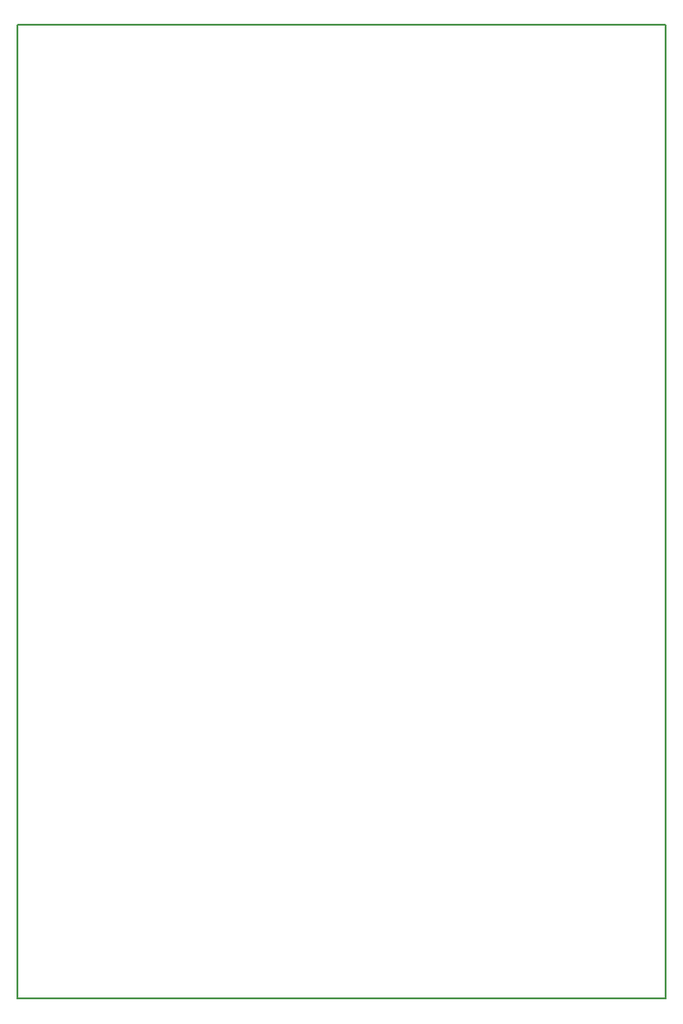
<source format=gbr>
G04 #@! TF.GenerationSoftware,KiCad,Pcbnew,(5.0.2)-1*
G04 #@! TF.CreationDate,2019-02-14T14:41:14+01:00*
G04 #@! TF.ProjectId,Embedded_matrix,456d6265-6464-4656-945f-6d6174726978,rev?*
G04 #@! TF.SameCoordinates,Original*
G04 #@! TF.FileFunction,Profile,NP*
%FSLAX46Y46*%
G04 Gerber Fmt 4.6, Leading zero omitted, Abs format (unit mm)*
G04 Created by KiCad (PCBNEW (5.0.2)-1) date 14/02/2019 14:41:14*
%MOMM*%
%LPD*%
G01*
G04 APERTURE LIST*
%ADD10C,0.150000*%
G04 APERTURE END LIST*
D10*
X160000000Y-70000000D02*
X100000000Y-70000000D01*
X160000000Y-160000000D02*
X160000000Y-70000000D01*
X100000000Y-160000000D02*
X160000000Y-160000000D01*
X100000000Y-70000000D02*
X100000000Y-160000000D01*
M02*

</source>
